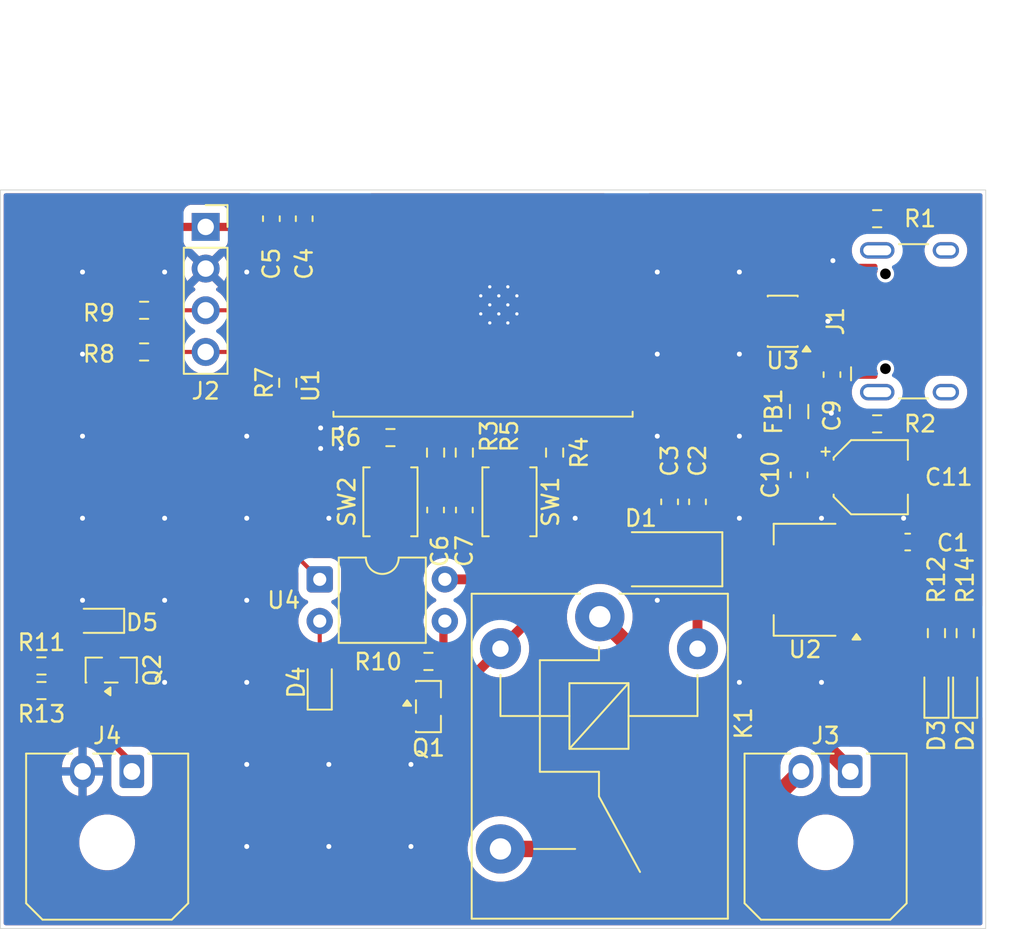
<source format=kicad_pcb>
(kicad_pcb (version 20241229) (generator "pcbnew") (generator_version "9.0")
  (layers (0 "F.Cu" signal) (2 "B.Cu" signal) (13 "F.Paste" user) (15 "B.Paste" user) (5 "F.SilkS" user "F.Silkscreen") (7 "B.SilkS" user "B.Silkscreen") (1 "F.Mask" user) (3 "B.Mask" user) (25 "Edge.Cuts" user))
  (net 0 "")
  (net 1 "GND")
  (net 2 "+5V")
  (net 3 "+3V3")
  (net 4 "/BOOT")
  (net 5 "/EN")
  (net 6 "Net-(U3-VBUS)")
  (net 7 "Net-(D1-A)")
  (net 8 "Net-(D2-A)")
  (net 9 "Net-(D3-A)")
  (net 10 "Net-(D4-A)")
  (net 11 "/SW")
  (net 12 "Net-(D5-A)")
  (net 15 "Net-(J1-D+-PadA6)")
  (net 16 "Net-(J1-D--PadA7)")
  (net 17 "Net-(J1-CC2)")
  (net 19 "Net-(J1-CC1)")
  (net 21 "/SCL")
  (net 22 "/SDA")
  (net 23 "/CTL2")
  (net 24 "/CTL1")
  (net 25 "Net-(J4-Pin_1)")
  (net 26 "Net-(Q1-B)")
  (net 27 "Net-(U1-IO2)")
  (net 28 "Net-(U1-IO8)")
  (net 29 "Net-(R7-Pad1)")
  (net 30 "/RELAY")
  (net 31 "Net-(R10-Pad1)")
  (net 34 "Net-(U1-IO18)")
  (net 35 "Net-(U1-IO19)")
  (footprint "Package_DIP:DIP-4_W7.62mm" (layer "F.Cu") (at 69.445 73.725)
    (property "Reference" "U4" (at -2.195 1.275 0) (layer "F.SilkS"))
    (property "Value" "PC817")
    (pad "1" thru_hole roundrect (at 0 0) (size 1.6 1.6) (drill 0.8) (layers "*.Cu" "*.Mask") (roundrect_rratio 0.15625) (net 29 "Net-(R7-Pad1)"))
    (pad "2" thru_hole circle (at 0 2.54) (size 1.6 1.6) (drill 0.8) (layers "*.Cu" "*.Mask") (net 10 "Net-(D4-A)"))
    (pad "3" thru_hole circle (at 7.62 2.54) (size 1.6 1.6) (drill 0.8) (layers "*.Cu" "*.Mask") (net 31 "Net-(R10-Pad1)"))
    (pad "4" thru_hole circle (at 7.62 0) (size 1.6 1.6) (drill 0.8) (layers "*.Cu" "*.Mask") (net 3 "+3V3"))
  )
  (footprint "Connector_Molex:Molex_Micro-Fit_3.0_43650-0200_1x02_P3.00mm_Horizontal" (layer "F.Cu") (at 101.75 85.43 180)
    (property "Reference" "J3" (at 1.5 2.18 0) (layer "F.SilkS"))
    (property "Value" "DOOR CTL")
    (pad "" np_thru_hole circle (at 1.5 -4.32 180) (size 3 3) (drill 3) (layers "*.Cu" "*.Mask"))
    (pad "1" thru_hole roundrect (at 0 0 180) (size 1.5 2.02) (drill 1.02) (layers "*.Cu" "*.Mask") (roundrect_rratio 0.166667) (net 24 "/CTL1"))
    (pad "2" thru_hole oval (at 3 0 180) (size 1.5 2.02) (drill 1.02) (layers "*.Cu" "*.Mask") (net 23 "/CTL2"))
  )
  (footprint "Resistor_SMD:R_0603_1608Metric_Pad0.98x0.95mm_HandSolder" (layer "F.Cu") (at 78.25 66 90)
    (property "Reference" "R5" (at 1 2.75 90) (layer "F.SilkS"))
    (property "Value" "10k")
    (pad "1" smd roundrect (at -0.9125 0 90) (size 0.975 0.95) (layers "F.Cu" "F.Mask" "F.Paste") (net 5 "/EN"))
    (pad "2" smd roundrect (at 0.9125 0 90) (size 0.975 0.95) (layers "F.Cu" "F.Mask" "F.Paste") (net 3 "+3V3"))
  )
  (footprint "Resistor_SMD:R_0603_1608Metric_Pad0.98x0.95mm_HandSolder" (layer "F.Cu") (at 107 77 90)
    (property "Reference" "R12" (at 3.25 0 90) (layer "F.SilkS"))
    (property "Value" "220")
    (pad "1" smd roundrect (at -0.9125 0 90) (size 0.975 0.95) (layers "F.Cu" "F.Mask" "F.Paste") (net 9 "Net-(D3-A)"))
    (pad "2" smd roundrect (at 0.9125 0 90) (size 0.975 0.95) (layers "F.Cu" "F.Mask" "F.Paste") (net 3 "+3V3"))
  )
  (footprint "Capacitor_SMD:C_0603_1608Metric_Pad1.08x0.95mm_HandSolder" (layer "F.Cu") (at 78.25 69.5 90)
    (property "Reference" "C7" (at -2.5 0 90) (layer "F.SilkS"))
    (property "Value" "100nF")
    (pad "1" smd roundrect (at -0.8625 0 90) (size 1.075 0.95) (layers "F.Cu" "F.Mask" "F.Paste") (net 1 "GND"))
    (pad "2" smd roundrect (at 0.8625 0 90) (size 1.075 0.95) (layers "F.Cu" "F.Mask" "F.Paste") (net 5 "/EN"))
  )
  (footprint "Capacitor_SMD:C_0603_1608Metric_Pad1.08x0.95mm_HandSolder" (layer "F.Cu") (at 100.64 61.25 -90)
    (property "Reference" "C9" (at 2.5 0 90) (layer "F.SilkS"))
    (property "Value" "10nF")
    (pad "1" smd roundrect (at -0.8625 0 270) (size 1.075 0.95) (layers "F.Cu" "F.Mask" "F.Paste") (net 6 "Net-(U3-VBUS)"))
    (pad "2" smd roundrect (at 0.8625 0 270) (size 1.075 0.95) (layers "F.Cu" "F.Mask" "F.Paste") (net 1 "GND"))
  )
  (footprint "Diode_SMD:D_SMA" (layer "F.Cu") (at 90.45 72.5 180)
    (property "Reference" "D1" (at 1.45 2.5 0) (layer "F.SilkS"))
    (property "Value" "B120-E3")
    (pad "1" smd roundrect (at -2 0 180) (size 2.5 1.8) (layers "F.Cu" "F.Mask" "F.Paste") (roundrect_rratio 0.1388888889) (net 3 "+3V3"))
    (pad "2" smd roundrect (at 2 0 180) (size 2.5 1.8) (layers "F.Cu" "F.Mask" "F.Paste") (roundrect_rratio 0.1388888889) (net 7 "Net-(D1-A)"))
  )
  (footprint "Resistor_SMD:R_0603_1608Metric_Pad0.98x0.95mm_HandSolder" (layer "F.Cu") (at 103.39 64.25 180)
    (property "Reference" "R2" (at -2.61 0 0) (layer "F.SilkS"))
    (property "Value" "5.1k")
    (pad "1" smd roundrect (at -0.9125 0 180) (size 0.975 0.95) (layers "F.Cu" "F.Mask" "F.Paste") (net 19 "Net-(J1-CC1)"))
    (pad "2" smd roundrect (at 0.9125 0 180) (size 0.975 0.95) (layers "F.Cu" "F.Mask" "F.Paste") (net 1 "GND"))
  )
  (footprint "Inductor_SMD:L_0805_2012Metric_Pad1.05x1.20mm_HandSolder" (layer "F.Cu") (at 98.6375 63.5 90)
    (property "Reference" "FB1" (at 0 -1.55 90) (layer "F.SilkS"))
    (property "Value" "70mΩ 33Ω@100MHz")
    (pad "1" smd roundrect (at -1.15 0 90) (size 1.05 1.2) (layers "F.Cu" "F.Mask" "F.Paste") (roundrect_rratio 0.238095) (net 2 "+5V"))
    (pad "2" smd roundrect (at 1.15 0 90) (size 1.05 1.2) (layers "F.Cu" "F.Mask" "F.Paste") (roundrect_rratio 0.238095) (net 6 "Net-(U3-VBUS)"))
  )
  (footprint "Resistor_SMD:R_0603_1608Metric_Pad0.98x0.95mm_HandSolder" (layer "F.Cu") (at 73.75 65.0875 180)
    (property "Reference" "R6" (at 2.75 0 0) (layer "F.SilkS"))
    (property "Value" "10k")
    (pad "1" smd roundrect (at -0.9125 0 180) (size 0.975 0.95) (layers "F.Cu" "F.Mask" "F.Paste") (net 3 "+3V3"))
    (pad "2" smd roundrect (at 0.9125 0 180) (size 0.975 0.95) (layers "F.Cu" "F.Mask" "F.Paste") (net 28 "Net-(U1-IO8)"))
  )
  (footprint "Capacitor_SMD:C_0603_1608Metric_Pad1.08x0.95mm_HandSolder" (layer "F.Cu") (at 98.6375 67.3625 -90)
    (property "Reference" "C10" (at 0 1.75 90) (layer "F.SilkS"))
    (property "Value" "100nF")
    (pad "1" smd roundrect (at -0.8625 0 270) (size 1.075 0.95) (layers "F.Cu" "F.Mask" "F.Paste") (net 2 "+5V"))
    (pad "2" smd roundrect (at 0.8625 0 270) (size 1.075 0.95) (layers "F.Cu" "F.Mask" "F.Paste") (net 1 "GND"))
  )
  (footprint "Connector_Molex:Molex_Micro-Fit_3.0_43650-0200_1x02_P3.00mm_Horizontal" (layer "F.Cu") (at 58 85.43 180)
    (property "Reference" "J4" (at 1.5 2.18 0) (layer "F.SilkS"))
    (property "Value" "DOOR SW")
    (pad "" np_thru_hole circle (at 1.5 -4.32 180) (size 3 3) (drill 3) (layers "*.Cu" "*.Mask"))
    (pad "1" thru_hole roundrect (at 0 0 180) (size 1.5 2.02) (drill 1.02) (layers "*.Cu" "*.Mask") (roundrect_rratio 0.166667) (net 25 "Net-(J4-Pin_1)"))
    (pad "2" thru_hole oval (at 3 0 180) (size 1.5 2.02) (drill 1.02) (layers "*.Cu" "*.Mask") (net 1 "GND"))
  )
  (footprint "Package_TO_SOT_SMD:SOT-23" (layer "F.Cu") (at 76.065 81.475)
    (property "Reference" "Q1" (at 0 2.525 0) (layer "F.SilkS"))
    (property "Value" "SS8050")
    (pad "1" smd roundrect (at -0.9375 -0.95) (size 1.475 0.6) (layers "F.Cu" "F.Mask" "F.Paste") (net 26 "Net-(Q1-B)"))
    (pad "2" smd roundrect (at -0.9375 0.95) (size 1.475 0.6) (layers "F.Cu" "F.Mask" "F.Paste") (net 1 "GND"))
    (pad "3" smd roundrect (at 0.9375 0) (size 1.475 0.6) (layers "F.Cu" "F.Mask" "F.Paste") (net 7 "Net-(D1-A)"))
  )
  (footprint "Button_Switch_SMD:SW_SPST_TS-1088-xR020" (layer "F.Cu") (at 81 69 90)
    (property "Reference" "SW1" (at 0 2.5 90) (layer "F.SilkS"))
    (property "Value" "~")
    (pad "1" smd roundrect (at -2.225 0 90) (size 1.05 2) (layers "F.Cu" "F.Mask" "F.Paste") (roundrect_rratio 0.2380952381) (net 1 "GND"))
    (pad "2" smd roundrect (at 2.225 0 90) (size 1.05 2) (layers "F.Cu" "F.Mask" "F.Paste") (roundrect_rratio 0.2380952381) (net 5 "/EN"))
  )
  (footprint "Resistor_SMD:R_0603_1608Metric_Pad0.98x0.95mm_HandSolder" (layer "F.Cu") (at 108.75 77 90)
    (property "Reference" "R14" (at 3.25 0 90) (layer "F.SilkS"))
    (property "Value" "220")
    (pad "1" smd roundrect (at -0.9125 0 90) (size 0.975 0.95) (layers "F.Cu" "F.Mask" "F.Paste") (net 8 "Net-(D2-A)"))
    (pad "2" smd roundrect (at 0.9125 0 90) (size 0.975 0.95) (layers "F.Cu" "F.Mask" "F.Paste") (net 2 "+5V"))
  )
  (footprint "LED_SMD:LED_0603_1608Metric_Pad1.05x0.95mm_HandSolder" (layer "F.Cu") (at 108.75 80.5 90)
    (property "Reference" "D2" (at -2.75 0 90) (layer "F.SilkS"))
    (property "Value" "RED LED")
    (pad "1" smd roundrect (at -0.875 0 90) (size 1.05 0.95) (layers "F.Cu" "F.Mask" "F.Paste") (net 1 "GND"))
    (pad "2" smd roundrect (at 0.875 0 90) (size 1.05 0.95) (layers "F.Cu" "F.Mask" "F.Paste") (net 8 "Net-(D2-A)"))
  )
  (footprint "Resistor_SMD:R_0603_1608Metric_Pad0.98x0.95mm_HandSolder" (layer "F.Cu") (at 67.5 61.75 90)
    (property "Reference" "R7" (at 0 -1.43 90) (layer "F.SilkS"))
    (property "Value" "100")
    (pad "1" smd roundrect (at -0.9125 0 90) (size 0.975 0.95) (layers "F.Cu" "F.Mask" "F.Paste") (net 29 "Net-(R7-Pad1)"))
    (pad "2" smd roundrect (at 0.9125 0 90) (size 0.975 0.95) (layers "F.Cu" "F.Mask" "F.Paste") (net 30 "/RELAY"))
  )
  (footprint "Resistor_SMD:R_0603_1608Metric_Pad0.98x0.95mm_HandSolder" (layer "F.Cu") (at 83.75 66 90)
    (property "Reference" "R4" (at 0 1.5 90) (layer "F.SilkS"))
    (property "Value" "10k")
    (pad "1" smd roundrect (at -0.9125 0 90) (size 0.975 0.95) (layers "F.Cu" "F.Mask" "F.Paste") (net 3 "+3V3"))
    (pad "2" smd roundrect (at 0.9125 0 90) (size 0.975 0.95) (layers "F.Cu" "F.Mask" "F.Paste") (net 27 "Net-(U1-IO2)"))
  )
  (footprint "Resistor_SMD:R_0603_1608Metric_Pad0.98x0.95mm_HandSolder" (layer "F.Cu") (at 58.75 59.87 180)
    (property "Reference" "R8" (at 2.75 -0.13 0) (layer "F.SilkS"))
    (property "Value" "2.2k")
    (pad "1" smd roundrect (at -0.9125 0 180) (size 0.975 0.95) (layers "F.Cu" "F.Mask" "F.Paste") (net 22 "/SDA"))
    (pad "2" smd roundrect (at 0.9125 0 180) (size 0.975 0.95) (layers "F.Cu" "F.Mask" "F.Paste") (net 3 "+3V3"))
  )
  (footprint "Button_Switch_SMD:SW_SPST_TS-1088-xR020" (layer "F.Cu") (at 73.75 69 90)
    (property "Reference" "SW2" (at 0 -2.65 90) (layer "F.SilkS"))
    (property "Value" "~")
    (pad "1" smd roundrect (at -2.225 0 90) (size 1.05 2) (layers "F.Cu" "F.Mask" "F.Paste") (roundrect_rratio 0.2380952381) (net 1 "GND"))
    (pad "2" smd roundrect (at 2.225 0 90) (size 1.05 2) (layers "F.Cu" "F.Mask" "F.Paste") (roundrect_rratio 0.2380952381) (net 4 "/BOOT"))
  )
  (footprint "Resistor_SMD:R_0603_1608Metric_Pad0.98x0.95mm_HandSolder" (layer "F.Cu") (at 58.75 57.33 180)
    (property "Reference" "R9" (at 2.75 -0.17 0) (layer "F.SilkS"))
    (property "Value" "2.2k")
    (pad "1" smd roundrect (at -0.9125 0 180) (size 0.975 0.95) (layers "F.Cu" "F.Mask" "F.Paste") (net 21 "/SCL"))
    (pad "2" smd roundrect (at 0.9125 0 180) (size 0.975 0.95) (layers "F.Cu" "F.Mask" "F.Paste") (net 3 "+3V3"))
  )
  (footprint "LED_SMD:LED_0603_1608Metric_Pad1.05x0.95mm_HandSolder" (layer "F.Cu") (at 69.445 80 90)
    (property "Reference" "D4" (at 0 -1.43 90) (layer "F.SilkS"))
    (property "Value" "GREEN LED")
    (pad "1" smd roundrect (at -0.875 0 90) (size 1.05 0.95) (layers "F.Cu" "F.Mask" "F.Paste") (net 1 "GND"))
    (pad "2" smd roundrect (at 0.875 0 90) (size 1.05 0.95) (layers "F.Cu" "F.Mask" "F.Paste") (net 10 "Net-(D4-A)"))
  )
  (footprint "Resistor_SMD:R_0603_1608Metric_Pad0.98x0.95mm_HandSolder" (layer "F.Cu") (at 103.39 51.75 180)
    (property "Reference" "R1" (at -2.61 0 0) (layer "F.SilkS"))
    (property "Value" "5.1k")
    (pad "1" smd roundrect (at -0.9125 0 180) (size 0.975 0.95) (layers "F.Cu" "F.Mask" "F.Paste") (net 17 "Net-(J1-CC2)"))
    (pad "2" smd roundrect (at 0.9125 0 180) (size 0.975 0.95) (layers "F.Cu" "F.Mask" "F.Paste") (net 1 "GND"))
  )
  (footprint "Package_TO_SOT_SMD:SOT-23" (layer "F.Cu") (at 56.75 79.25 90)
    (property "Reference" "Q2" (at 0 2.5 90) (layer "F.SilkS"))
    (property "Value" "SS8050")
    (pad "1" smd roundrect (at -0.9375 -0.95 90) (size 1.475 0.6) (layers "F.Cu" "F.Mask" "F.Paste") (net 25 "Net-(J4-Pin_1)"))
    (pad "2" smd roundrect (at -0.9375 0.95 90) (size 1.475 0.6) (layers "F.Cu" "F.Mask" "F.Paste") (net 1 "GND"))
    (pad "3" smd roundrect (at 0.9375 0 90) (size 1.475 0.6) (layers "F.Cu" "F.Mask" "F.Paste") (net 11 "/SW"))
  )
  (footprint "Capacitor_SMD:CP_Elec_4x5.4" (layer "F.Cu") (at 103 67.5)
    (property "Reference" "C11" (at 4.75 0 0) (layer "F.SilkS"))
    (property "Value" "4.7uF")
    (pad "1" smd roundrect (at -1.8 0) (size 2.6 1.6) (layers "F.Cu" "F.Mask" "F.Paste") (roundrect_rratio 0.15625) (net 2 "+5V"))
    (pad "2" smd roundrect (at 1.8 0) (size 2.6 1.6) (layers "F.Cu" "F.Mask" "F.Paste") (roundrect_rratio 0.15625) (net 1 "GND"))
  )
  (footprint "Capacitor_SMD:C_0603_1608Metric_Pad1.08x0.95mm_HandSolder" (layer "F.Cu") (at 76.5 69.5 -90)
    (property "Reference" "C6" (at 2.5 -0.25 90) (layer "F.SilkS"))
    (property "Value" "10uF")
    (pad "1" smd roundrect (at -0.8625 0 270) (size 1.075 0.95) (layers "F.Cu" "F.Mask" "F.Paste") (net 4 "/BOOT"))
    (pad "2" smd roundrect (at 0.8625 0 270) (size 1.075 0.95) (layers "F.Cu" "F.Mask" "F.Paste") (net 1 "GND"))
  )
  (footprint "LED_SMD:LED_0603_1608Metric_Pad1.05x0.95mm_HandSolder" (layer "F.Cu") (at 55.875 76.25 180)
    (property "Reference" "D5" (at -2.75 -0.105 0) (layer "F.SilkS"))
    (property "Value" "GREEN LED")
    (pad "1" smd roundrect (at -0.875 0 180) (size 1.05 0.95) (layers "F.Cu" "F.Mask" "F.Paste") (net 11 "/SW"))
    (pad "2" smd roundrect (at 0.875 0 180) (size 1.05 0.95) (layers "F.Cu" "F.Mask" "F.Paste") (net 12 "Net-(D5-A)"))
  )
  (footprint "Capacitor_SMD:C_0603_1608Metric_Pad1.08x0.95mm_HandSolder" (layer "F.Cu") (at 68.5 51.75 -90)
    (property "Reference" "C4" (at 2.75 0 90) (layer "F.SilkS"))
    (property "Value" "10uF")
    (pad "1" smd roundrect (at -0.8625 0 270) (size 1.075 0.95) (layers "F.Cu" "F.Mask" "F.Paste") (net 3 "+3V3"))
    (pad "2" smd roundrect (at 0.8625 0 270) (size 1.075 0.95) (layers "F.Cu" "F.Mask" "F.Paste") (net 1 "GND"))
  )
  (footprint "Package_TO_SOT_SMD:SOT-223-3_TabPin2" (layer "F.Cu") (at 99 73.75 180)
    (property "Reference" "U2" (at 0 -4.25 0) (layer "F.SilkS"))
    (property "Value" "AMS1117-3.3")
    (pad "1" smd roundrect (at -3.15 -2.3 180) (size 2 1.5) (layers "F.Cu" "F.Mask" "F.Paste") (net 1 "GND"))
    (pad "2" smd roundrect (at -3.15 0 180) (size 2 1.5) (layers "F.Cu" "F.Mask" "F.Paste") (net 3 "+3V3"))
    (pad "2" smd roundrect (at 3.15 0 180) (size 2 3.8) (layers "F.Cu" "F.Mask" "F.Paste") (net 3 "+3V3"))
    (pad "3" smd roundrect (at -3.15 2.3 180) (size 2 1.5) (layers "F.Cu" "F.Mask" "F.Paste") (net 2 "+5V"))
  )
  (footprint "Capacitor_SMD:C_0603_1608Metric_Pad1.08x0.95mm_HandSolder" (layer "F.Cu") (at 105.25 71.45)
    (property "Reference" "C1" (at 2.75 0.05 0) (layer "F.SilkS"))
    (property "Value" "10uF")
    (pad "1" smd roundrect (at -0.8625 0) (size 1.075 0.95) (layers "F.Cu" "F.Mask" "F.Paste") (net 2 "+5V"))
    (pad "2" smd roundrect (at 0.8625 0) (size 1.075 0.95) (layers "F.Cu" "F.Mask" "F.Paste") (net 1 "GND"))
  )
  (footprint "LED_SMD:LED_0603_1608Metric_Pad1.05x0.95mm_HandSolder" (layer "F.Cu") (at 107 80.5 90)
    (property "Reference" "D3" (at -2.75 0 90) (layer "F.SilkS"))
    (property "Value" "GREEN LED")
    (pad "1" smd roundrect (at -0.875 0 90) (size 1.05 0.95) (layers "F.Cu" "F.Mask" "F.Paste") (net 1 "GND"))
    (pad "2" smd roundrect (at 0.875 0 90) (size 1.05 0.95) (layers "F.Cu" "F.Mask" "F.Paste") (net 9 "Net-(D3-A)"))
  )
  (footprint "Resistor_SMD:R_0603_1608Metric_Pad0.98x0.95mm_HandSolder" (layer "F.Cu") (at 76.5 66 90)
    (property "Reference" "R3" (at 1 3.25 90) (layer "F.SilkS"))
    (property "Value" "10k")
    (pad "1" smd roundrect (at -0.9125 0 90) (size 0.975 0.95) (layers "F.Cu" "F.Mask" "F.Paste") (net 4 "/BOOT"))
    (pad "2" smd roundrect (at 0.9125 0 90) (size 0.975 0.95) (layers "F.Cu" "F.Mask" "F.Paste") (net 3 "+3V3"))
  )
  (footprint "Connector_USB:USB_C_Receptacle_HCTL_HC-TYPE-C-16P-01A" (layer "F.Cu") (at 106.5 58 90)
    (property "Reference" "J1" (at 0 -5.645 90) (layer "F.SilkS"))
    (property "Value" "USB_C_Receptacle_USB2.0_14P")
    (pad "" np_thru_hole circle (at -2.89 -2.605 90) (size 0.65 0.65) (drill 0.65) (layers "*.Mask"))
    (pad "" np_thru_hole circle (at 2.89 -2.605 90) (size 0.65 0.65) (drill 0.65) (layers "*.Mask"))
    (pad "A1" smd roundrect (at -3.2 -3.745 90) (size 0.6 1.3) (layers "F.Cu" "F.Mask" "F.Paste") (net 1 "GND"))
    (pad "A4" smd roundrect (at -2.4 -3.745 90) (size 0.6 1.3) (layers "F.Cu" "F.Mask" "F.Paste") (net 6 "Net-(U3-VBUS)"))
    (pad "A5" smd roundrect (at -1.25 -3.745 90) (size 0.3 1.3) (layers "F.Cu" "F.Mask" "F.Paste") (net 19 "Net-(J1-CC1)"))
    (pad "A6" smd roundrect (at -0.25 -3.745 90) (size 0.3 1.3) (layers "F.Cu" "F.Mask" "F.Paste") (net 15 "Net-(J1-D+-PadA6)"))
    (pad "A7" smd roundrect (at 0.25 -3.745 90) (size 0.3 1.3) (layers "F.Cu" "F.Mask" "F.Paste") (net 16 "Net-(J1-D--PadA7)"))
    (pad "A8" smd roundrect (at 1.25 -3.745 90) (size 0.3 1.3) (layers "F.Cu" "F.Mask" "F.Paste"))
    (pad "A9" smd roundrect (at 2.4 -3.745 90) (size 0.6 1.3) (layers "F.Cu" "F.Mask" "F.Paste") (net 6 "Net-(U3-VBUS)"))
    (pad "A12" smd roundrect (at 3.2 -3.745 90) (size 0.6 1.3) (layers "F.Cu" "F.Mask" "F.Paste") (net 1 "GND"))
    (pad "B1" smd roundrect (at 3.2 -3.745 90) (size 0.6 1.3) (layers "F.Cu" "F.Mask" "F.Paste") (net 1 "GND"))
    (pad "B4" smd roundrect (at 2.4 -3.745 90) (size 0.6 1.3) (layers "F.Cu" "F.Mask" "F.Paste") (net 6 "Net-(U3-VBUS)"))
    (pad "B5" smd roundrect (at 1.75 -3.745 90) (size 0.3 1.3) (layers "F.Cu" "F.Mask" "F.Paste") (net 17 "Net-(J1-CC2)"))
    (pad "B6" smd roundrect (at 0.75 -3.745 90) (size 0.3 1.3) (layers "F.Cu" "F.Mask" "F.Paste") (net 15 "Net-(J1-D+-PadA6)"))
    (pad "B7" smd roundrect (at -0.75 -3.745 90) (size 0.3 1.3) (layers "F.Cu" "F.Mask" "F.Paste") (net 16 "Net-(J1-D--PadA7)"))
    (pad "B8" smd roundrect (at -1.75 -3.745 90) (size 0.3 1.3) (layers "F.Cu" "F.Mask" "F.Paste"))
    (pad "B9" smd roundrect (at -2.4 -3.745 90) (size 0.6 1.3) (layers "F.Cu" "F.Mask" "F.Paste") (net 6 "Net-(U3-VBUS)"))
    (pad "B12" smd roundrect (at -3.2 -3.745 90) (size 0.6 1.3) (layers "F.Cu" "F.Mask" "F.Paste") (net 1 "GND"))
    (pad "S1" thru_hole oval (at -4.32 -3.105 90) (size 1 2.1) (drill oval 0.6 1.7) (property pad_prop_heatsink) (layers "*.Cu" "*.Mask"))
    (pad "S1" thru_hole oval (at -4.32 1.075 90) (size 1 1.6) (drill oval 0.6 1.2) (property pad_prop_heatsink) (layers "*.Cu" "*.Mask"))
    (pad "S1" thru_hole oval (at 4.32 -3.105 90) (size 1 2.1) (drill oval 0.6 1.7) (property pad_prop_heatsink) (layers "*.Cu" "*.Mask"))
    (pad "S1" thru_hole oval (at 4.32 1.075 90) (size 1 1.6) (drill oval 0.6 1.2) (property pad_prop_heatsink) (layers "*.Cu" "*.Mask"))
  )
  (footprint "Package_TO_SOT_SMD:SOT-23-6" (layer "F.Cu") (at 97.64 58 180)
    (property "Reference" "U3" (at 0 -2.4 0) (layer "F.SilkS"))
    (property "Value" "USBLC6-2SC6")
    (pad "1" smd roundrect (at -1.1375 -0.95 180) (size 1.325 0.6) (layers "F.Cu" "F.Mask" "F.Paste") (net 16 "Net-(J1-D--PadA7)"))
    (pad "2" smd roundrect (at -1.1375 0 180) (size 1.325 0.6) (layers "F.Cu" "F.Mask" "F.Paste") (net 1 "GND"))
    (pad "3" smd roundrect (at -1.1375 0.95 180) (size 1.325 0.6) (layers "F.Cu" "F.Mask" "F.Paste") (net 15 "Net-(J1-D+-PadA6)"))
    (pad "4" smd roundrect (at 1.1375 0.95 180) (size 1.325 0.6) (layers "F.Cu" "F.Mask" "F.Paste") (net 35 "Net-(U1-IO19)"))
    (pad "5" smd roundrect (at 1.1375 0 180) (size 1.325 0.6) (layers "F.Cu" "F.Mask" "F.Paste") (net 6 "Net-(U3-VBUS)"))
    (pad "6" smd roundrect (at 1.1375 -0.95 180) (size 1.325 0.6) (layers "F.Cu" "F.Mask" "F.Paste") (net 34 "Net-(U1-IO18)"))
  )
  (footprint "Resistor_SMD:R_0603_1608Metric_Pad0.98x0.95mm_HandSolder" (layer "F.Cu") (at 52.5 79)
    (property "Reference" "R11" (at 0 -1.43 0) (layer "F.SilkS"))
    (property "Value" "220")
    (pad "1" smd roundrect (at -0.9125 0) (size 0.975 0.95) (layers "F.Cu" "F.Mask" "F.Paste") (net 3 "+3V3"))
    (pad "2" smd roundrect (at 0.9125 0) (size 0.975 0.95) (layers "F.Cu" "F.Mask" "F.Paste") (net 12 "Net-(D5-A)"))
  )
  (footprint "Capacitor_SMD:C_0603_1608Metric_Pad1.08x0.95mm_HandSolder" (layer "F.Cu") (at 66.5 51.75 -90)
    (property "Reference" "C5" (at 2.75 0 90) (layer "F.SilkS"))
    (property "Value" "100nF")
    (pad "1" smd roundrect (at -0.8625 0 270) (size 1.075 0.95) (layers "F.Cu" "F.Mask" "F.Paste") (net 3 "+3V3"))
    (pad "2" smd roundrect (at 0.8625 0 270) (size 1.075 0.95) (layers "F.Cu" "F.Mask" "F.Paste") (net 1 "GND"))
  )
  (footprint "Resistor_SMD:R_0603_1608Metric_Pad0.98x0.95mm_HandSolder" (layer "F.Cu") (at 52.5 80.5 180)
    (property "Reference" "R13" (at 0 -1.43 0) (layer "F.SilkS"))
    (property "Value" "10k")
    (pad "1" smd roundrect (at -0.9125 0 180) (size 0.975 0.95) (layers "F.Cu" "F.Mask" "F.Paste") (net 25 "Net-(J4-Pin_1)"))
    (pad "2" smd roundrect (at 0.9125 0 180) (size 0.975 0.95) (layers "F.Cu" "F.Mask" "F.Paste") (net 3 "+3V3"))
  )
  (footprint "Capacitor_SMD:C_0603_1608Metric_Pad1.08x0.95mm_HandSolder" (layer "F.Cu") (at 90.75 69 90)
    (property "Reference" "C3" (at 2.5 0 90) (layer "F.SilkS"))
    (property "Value" "100nF")
    (pad "1" smd roundrect (at -0.8625 0 90) (size 1.075 0.95) (layers "F.Cu" "F.Mask" "F.Paste") (net 3 "+3V3"))
    (pad "2" smd roundrect (at 0.8625 0 90) (size 1.075 0.95) (layers "F.Cu" "F.Mask" "F.Paste") (net 1 "GND"))
  )
  (footprint "Relay_THT:Relay_SPST_SANYOU_SRD_Series_Form_A" (layer "F.Cu") (at 86.5 76 -90)
    (property "Reference" "K1" (at 6.5 -8.75 90) (layer "F.SilkS"))
    (property "Value" "SANYOU_SRD_Form_A")
    (pad "1" thru_hole circle (at 0 0) (size 3 3) (drill 1.3) (layers "*.Cu" "*.Mask") (net 24 "/CTL1"))
    (pad "2" thru_hole circle (at 1.95 6.05) (size 2.5 2.5) (drill 1) (layers "*.Cu" "*.Mask") (net 7 "Net-(D1-A)"))
    (pad "3" thru_hole circle (at 14.15 6.05) (size 3 3) (drill 1.3) (layers "*.Cu" "*.Mask") (net 23 "/CTL2"))
    (pad "5" thru_hole circle (at 1.95 -5.95) (size 2.5 2.5) (drill 1) (layers "*.Cu" "*.Mask") (net 3 "+3V3"))
  )
  (footprint "Resistor_SMD:R_0603_1608Metric_Pad0.98x0.95mm_HandSolder" (layer "F.Cu") (at 76.065 78.725 180)
    (property "Reference" "R10" (at 3.065 -0.025 0) (layer "F.SilkS"))
    (property "Value" "1k")
    (pad "1" smd roundrect (at -0.9125 0 180) (size 0.975 0.95) (layers "F.Cu" "F.Mask" "F.Paste") (net 31 "Net-(R10-Pad1)"))
    (pad "2" smd roundrect (at 0.9125 0 180) (size 0.975 0.95) (layers "F.Cu" "F.Mask" "F.Paste") (net 26 "Net-(Q1-B)"))
  )
  (footprint "Connector_PinSocket_2.54mm:PinSocket_1x04_P2.54mm_Vertical" (layer "F.Cu") (at 62.5 52.25)
    (property "Reference" "J2" (at 0 10 0) (layer "F.SilkS"))
    (property "Value" "AHT21")
    (pad "1" thru_hole rect (at 0 0) (size 1.7 1.7) (drill 1) (layers "*.Cu" "*.Mask") (net 3 "+3V3"))
    (pad "2" thru_hole circle (at 0 2.54) (size 1.7 1.7) (drill 1) (layers "*.Cu" "*.Mask") (net 1 "GND"))
    (pad "3" thru_hole circle (at 0 5.08) (size 1.7 1.7) (drill 1) (layers "*.Cu" "*.Mask") (net 21 "/SCL"))
    (pad "4" thru_hole circle (at 0 7.62) (size 1.7 1.7) (drill 1) (layers "*.Cu" "*.Mask") (net 22 "/SDA"))
  )
  (footprint "Capacitor_SMD:C_0603_1608Metric_Pad1.08x0.95mm_HandSolder" (layer "F.Cu") (at 92.45 69 90)
    (property "Reference" "C2" (at 2.5 0 90) (layer "F.SilkS"))
    (property "Value" "10uF")
    (pad "1" smd roundrect (at -0.8625 0 90) (size 1.075 0.95) (layers "F.Cu" "F.Mask" "F.Paste") (net 3 "+3V3"))
    (pad "2" smd roundrect (at 0.8625 0 90) (size 1.075 0.95) (layers "F.Cu" "F.Mask" "F.Paste") (net 1 "GND"))
  )
  (footprint "RF_Module:ESP32-C3-WROOM-02" (layer "F.Cu") (at 79.39 56.8)
    (property "Reference" "U1" (at -10.5 5.13 90) (layer "F.SilkS"))
    (property "Value" "ESP32-C3-WROOM-02")
    (pad "1" smd rect (at -8.75 -6) (size 1.5 0.9) (layers "F.Cu" "F.Mask" "F.Paste") (net 3 "+3V3"))
    (pad "2" smd rect (at -8.75 -4.5) (size 1.5 0.9) (layers "F.Cu" "F.Mask" "F.Paste") (net 5 "/EN"))
    (pad "3" smd rect (at -8.75 -3) (size 1.5 0.9) (layers "F.Cu" "F.Mask" "F.Paste") (net 21 "/SCL"))
    (pad "4" smd rect (at -8.75 -1.5) (size 1.5 0.9) (layers "F.Cu" "F.Mask" "F.Paste") (net 22 "/SDA"))
    (pad "5" smd rect (at -8.75 0) (size 1.5 0.9) (layers "F.Cu" "F.Mask" "F.Paste") (net 11 "/SW"))
    (pad "6" smd rect (at -8.75 1.5) (size 1.5 0.9) (layers "F.Cu" "F.Mask" "F.Paste") (net 30 "/RELAY"))
    (pad "7" smd rect (at -8.75 3) (size 1.5 0.9) (layers "F.Cu" "F.Mask" "F.Paste") (net 28 "Net-(U1-IO8)"))
    (pad "8" smd rect (at -8.75 4.5) (size 1.5 0.9) (layers "F.Cu" "F.Mask" "F.Paste") (net 4 "/BOOT"))
    (pad "9" smd rect (at -8.75 6) (size 1.5 0.9) (layers "F.Cu" "F.Mask" "F.Paste") (net 1 "GND"))
    (pad "10" smd rect (at 8.75 6) (size 1.5 0.9) (layers "F.Cu" "F.Mask" "F.Paste"))
    (pad "11" smd rect (at 8.75 4.5) (size 1.5 0.9) (layers "F.Cu" "F.Mask" "F.Paste"))
    (pad "12" smd rect (at 8.75 3) (size 1.5 0.9) (layers "F.Cu" "F.Mask" "F.Paste"))
    (pad "13" smd rect (at 8.75 1.5) (size 1.5 0.9) (layers "F.Cu" "F.Mask" "F.Paste") (net 34 "Net-(U1-IO18)"))
    (pad "14" smd rect (at 8.75 0) (size 1.5 0.9) (layers "F.Cu" "F.Mask" "F.Paste") (net 35 "Net-(U1-IO19)"))
    (pad "15" smd rect (at 8.75 -1.5) (size 1.5 0.9) (layers "F.Cu" "F.Mask" "F.Paste"))
    (pad "16" smd rect (at 8.75 -3) (size 1.5 0.9) (layers "F.Cu" "F.Mask" "F.Paste") (net 27 "Net-(U1-IO2)"))
    (pad "17" smd rect (at 8.75 -4.5) (size 1.5 0.9) (layers "F.Cu" "F.Mask" "F.Paste"))
    (pad "18" smd rect (at 8.75 -6) (size 1.5 0.9) (layers "F.Cu" "F.Mask" "F.Paste"))
    (pad "19" thru_hole circle (at -0.14 -0.35) (size 0.6 0.6) (drill 0.2) (property pad_prop_heatsink) (layers "*.Cu" "F.Mask") (net 1 "GND"))
    (pad "19" thru_hole circle (at -0.14 0.75) (size 0.6 0.6) (drill 0.2) (property pad_prop_heatsink) (layers "*.Cu" "F.Mask") (net 1 "GND"))
    (pad "19" thru_hole circle (at 0.41 -0.9) (size 0.6 0.6) (drill 0.2) (property pad_prop_heatsink) (layers "*.Cu" "F.Mask") (net 1 "GND"))
    (pad "19" thru_hole circle (at 0.41 0.2) (size 0.6 0.6) (drill 0.2) (property pad_prop_heatsink) (layers "*.Cu" "F.Mask") (net 1 "GND"))
    (pad "19" thru_hole circle (at 0.41 1.3) (size 0.6 0.6) (drill 0.2) (property pad_prop_heatsink) (layers "*.Cu" "F.Mask") (net 1 "GND"))
    (pad "19" thru_hole circle (at 0.96 -0.35) (size 0.6 0.6) (drill 0.2) (property pad_prop_heatsink) (layers "*.Cu" "F.Mask") (net 1 "GND"))
    (pad "19" smd rect (at 0.96 0.2) (size 2.9 2.9) (property pad_prop_heatsink) (layers "F.Cu" "F.Mask") (net 1 "GND"))
    (pad "19" thru_hole circle (at 0.96 0.75) (size 0.6 0.6) (drill 0.2) (property pad_prop_heatsink) (layers "*.Cu" "F.Mask") (net 1 "GND"))
    (pad "19" thru_hole circle (at 1.51 -0.9) (size 0.6 0.6) (drill 0.2) (property pad_prop_heatsink) (layers "*.Cu" "F.Mask") (net 1 "GND"))
    (pad "19" thru_hole circle (at 1.51 0.2) (size 0.6 0.6) (drill 0.2) (property pad_prop_heatsink) (layers "*.Cu" "F.Mask") (net 1 "GND"))
    (pad "19" thru_hole circle (at 1.51 1.3) (size 0.6 0.6) (drill 0.2) (property pad_prop_heatsink) (layers "*.Cu" "F.Mask") (net 1 "GND"))
    (pad "19" thru_hole circle (at 2.06 -0.35) (size 0.6 0.6) (drill 0.2) (property pad_prop_heatsink) (layers "*.Cu" "F.Mask") (net 1 "GND"))
    (pad "19" thru_hole circle (at 2.06 0.75) (size 0.6 0.6) (drill 0.2) (property pad_prop_heatsink) (layers "*.Cu" "F.Mask") (net 1 "GND"))
    (zone (net 0) (net_name "") (layers "F.Cu" "B.Cu") (connect_pads (clearance 0)) (min_thickness 0.254)
      (keepout (tracks not_allowed) (vias not_allowed) (pads not_allowed) (copperpour not_allowed) (footprints not_allowed))
      (fill (thermal_gap 0.508) (thermal_bridge_width 0.508))
      (polygon (pts (xy 65.39 49.7) (xy 93.39 49.7) (xy 93.39 38.7) (xy 65.39 38.7)))
    )
  )
  (gr_rect (start 50 50) (end 110 95) (stroke (width 0.05)) (fill no) (layer "Edge.Cuts"))
  (segment (start 101.19 54.8) (end 102.755 54.8) (width 0.6) (layer "F.Cu") (net 1))
  (segment (start 101.5525 61.2) (end 100.64 62.1125) (width 0.6) (layer "F.Cu") (net 1))
  (segment (start 66.1125 55) (end 68.5 52.6125) (width 0.5) (layer "F.Cu") (net 1))
  (segment (start 100.695 54.305) (end 101.19 54.8) (width 0.6) (layer "F.Cu") (net 1))
  (segment (start 68.5 52.6125) (end 66.5 52.6125) (width 0.5) (layer "F.Cu") (net 1))
  (segment (start 65 55) (end 66.1125 55) (width 0.5) (layer "F.Cu") (net 1))
  (segment (start 102.755 61.2) (end 101.5525 61.2) (width 0.6) (layer "F.Cu") (net 1))
  (segment (start 98.7775 58) (end 100.39 58) (width 0.6) (layer "F.Cu") (net 1))
  (via (at 100 70) (size 0.6) (drill 0.3) (layers "F.Cu" "B.Cu") (net 1))
  (via (at 55 60) (size 0.6) (drill 0.3) (layers "F.Cu" "B.Cu") (net 1))
  (via (at 70.75 64.5) (size 0.6) (drill 0.3) (layers "F.Cu" "B.Cu") (net 1))
  (via (at 69.5 64.5) (size 0.6) (drill 0.3) (layers "F.Cu" "B.Cu") (net 1))
  (via (at 55 75) (size 0.6) (drill 0.3) (layers "F.Cu" "B.Cu") (net 1))
  (via (at 70 90) (size 0.6) (drill 0.3) (layers "F.Cu" "B.Cu") (net 1))
  (via (at 70.75 65.75) (size 0.6) (drill 0.3) (layers "F.Cu" "B.Cu") (net 1))
  (via (at 69.5 65.75) (size 0.6) (drill 0.3) (layers "F.Cu" "B.Cu") (net 1))
  (via (at 75 90) (size 0.6) (drill 0.3) (layers "F.Cu" "B.Cu") (net 1))
  (via (at 100.695 54.305) (size 0.6) (drill 0.3) (layers "F.Cu" "B.Cu") (net 1))
  (via (at 65 85) (size 0.6) (drill 0.3) (layers "F.Cu" "B.Cu") (net 1))
  (via (at 100.39 58) (size 0.6) (drill 0.3) (layers "F.Cu" "B.Cu") (net 1))
  (via (at 70 85) (size 0.6) (drill 0.3) (layers "F.Cu" "B.Cu") (net 1))
  (via (at 60 70) (size 0.6) (drill 0.3) (layers "F.Cu" "B.Cu") (net 1))
  (via (at 90 75) (size 0.6) (drill 0.3) (layers "F.Cu" "B.Cu") (net 1))
  (via (at 55 70) (size 0.6) (drill 0.3) (layers "F.Cu" "B.Cu") (net 1))
  (via (at 65 80) (size 0.6) (drill 0.3) (layers "F.Cu" "B.Cu") (net 1))
  (via (at 90 60) (size 0.6) (drill 0.3) (layers "F.Cu" "B.Cu") (net 1))
  (via (at 95 55) (size 0.6) (drill 0.3) (layers "F.Cu" "B.Cu") (net 1))
  (via (at 95 70) (size 0.6) (drill 0.3) (layers "F.Cu" "B.Cu") (net 1))
  (via (at 70 70) (size 0.6) (drill 0.3) (layers "F.Cu" "B.Cu") (net 1))
  (via (at 90 65) (size 0.6) (drill 0.3) (layers "F.Cu" "B.Cu") (net 1))
  (via (at 60 75) (size 0.6) (drill 0.3) (layers "F.Cu" "B.Cu") (net 1))
  (via (at 55 55) (size 0.6) (drill 0.3) (layers "F.Cu" "B.Cu") (net 1))
  (via (at 60 80) (size 0.6) (drill 0.3) (layers "F.Cu" "B.Cu") (net 1))
  (via (at 65 70) (size 0.6) (drill 0.3) (layers "F.Cu" "B.Cu") (net 1))
  (via (at 85 70) (size 0.6) (drill 0.3) (layers "F.Cu" "B.Cu") (net 1))
  (via (at 105 70) (size 0.6) (drill 0.3) (layers "F.Cu" "B.Cu") (net 1))
  (via (at 75 85) (size 0.6) (drill 0.3) (layers "F.Cu" "B.Cu") (net 1))
  (via (at 65 65) (size 0.6) (drill 0.3) (layers "F.Cu" "B.Cu") (net 1))
  (via (at 100.6 63.6) (size 0.6) (drill 0.3) (layers "F.Cu" "B.Cu") (net 1))
  (via (at 55 65) (size 0.6) (drill 0.3) (layers "F.Cu" "B.Cu") (net 1))
  (via (at 95 80) (size 0.6) (drill 0.3) (layers "F.Cu" "B.Cu") (net 1))
  (via (at 100 80) (size 0.6) (drill 0.3) (layers "F.Cu" "B.Cu") (net 1))
  (via (at 90 55) (size 0.6) (drill 0.3) (layers "F.Cu" "B.Cu") (net 1))
  (via (at 95 60) (size 0.6) (drill 0.3) (layers "F.Cu" "B.Cu") (net 1))
  (via (at 65 75) (size 0.6) (drill 0.3) (layers "F.Cu" "B.Cu") (net 1))
  (via (at 95 65) (size 0.6) (drill 0.3) (layers "F.Cu" "B.Cu") (net 1))
  (via (at 60 55) (size 0.6) (drill 0.3) (layers "F.Cu" "B.Cu") (net 1))
  (via (at 65 90) (size 0.6) (drill 0.3) (layers "F.Cu" "B.Cu") (net 1))
  (via (at 65 55) (size 0.6) (drill 0.3) (layers "F.Cu" "B.Cu") (net 1))
  (segment (start 99.6375 67.5) (end 98.6375 66.5) (width 0.6) (layer "F.Cu") (net 2))
  (segment (start 98.6375 66.5) (end 98.6375 64.65) (width 0.6) (layer "F.Cu") (net 2))
  (segment (start 104.3875 71.45) (end 104.3875 71.725) (width 0.25) (layer "F.Cu") (net 2))
  (segment (start 101.2 68.75) (end 101.2 67.5) (width 0.6) (layer "F.Cu") (net 2))
  (segment (start 101.2 68.75) (end 102.15 69.7) (width 0.6) (layer "F.Cu") (net 2))
  (segment (start 102.15 71.45) (end 104.3875 71.45) (width 0.6) (layer "F.Cu") (net 2))
  (segment (start 102.15 69.7) (end 102.15 71.45) (width 0.6) (layer "F.Cu") (net 2))
  (segment (start 104.3875 71.725) (end 108.75 76.0875) (width 0.25) (layer "F.Cu") (net 2))
  (segment (start 101.2 67.5) (end 99.6375 67.5) (width 0.6) (layer "F.Cu") (net 2))
  (segment (start 51.5875 79) (end 51.5875 80.5) (width 0.5) (layer "F.Cu") (net 3))
  (segment (start 51.5875 66.12) (end 51.5875 79) (width 0.5) (layer "F.Cu") (net 3))
  (segment (start 83.75 66.9125) (end 83.75 66.925) (width 0.6) (layer "F.Cu") (net 3))
  (segment (start 78.25 65.0875) (end 76.5 65.0875) (width 0.6) (layer "F.Cu") (net 3))
  (segment (start 86.7 69.8625) (end 83.75 66.9125) (width 0.6) (layer "F.Cu") (net 3))
  (segment (start 104.6625 73.75) (end 102.15 73.75) (width 0.25) (layer "F.Cu") (net 3))
  (segment (start 78.25 65.0875) (end 81.925 65.0875) (width 0.6) (layer "F.Cu") (net 3))
  (segment (start 95.85 73.75) (end 93.7 73.75) (width 1.2) (layer "F.Cu") (net 3))
  (segment (start 74.6625 53.7125) (end 71.75 50.8) (width 0.6) (layer "F.Cu") (net 3))
  (segment (start 70.5525 50.8875) (end 70.64 50.8) (width 0.5) (layer "F.Cu") (net 3))
  (segment (start 57.8375 57.33) (end 57.8375 54.4125) (width 0.5) (layer "F.Cu") (net 3))
  (segment (start 64.5 52.25) (end 65.8625 50.8875) (width 0.5) (layer "F.Cu") (net 3))
  (segment (start 57.8375 59.87) (end 51.5875 66.12) (width 0.5) (layer "F.Cu") (net 3))
  (segment (start 92.45 77.95) (end 92.45 72.5) (width 0.6) (layer "F.Cu") (net 3))
  (segment (start 93.7 73.75) (end 92.45 72.5) (width 1.2) (layer "F.Cu") (net 3))
  (segment (start 60 52.25) (end 64.5 52.25) (width 0.5) (layer "F.Cu") (net 3))
  (segment (start 90.75 69.8625) (end 92.45 69.8625) (width 0.6) (layer "F.Cu") (net 3))
  (segment (start 86.7 69.8625) (end 90.75 69.8625) (width 0.6) (layer "F.Cu") (net 3))
  (segment (start 71.75 50.8) (end 70.64 50.8) (width 0.6) (layer "F.Cu") (net 3))
  (segment (start 57.8375 54.4125) (end 60 52.25) (width 0.5) (layer "F.Cu") (net 3))
  (segment (start 95.85 73.75) (end 102.15 73.75) (width 1.2) (layer "F.Cu") (net 3))
  (segment (start 74.6625 65.0875) (end 74.6625 53.7125) (width 0.6) (layer "F.Cu") (net 3))
  (segment (start 107 76.0875) (end 104.6625 73.75) (width 0.25) (layer "F.Cu") (net 3))
  (segment (start 76.5 65.0875) (end 74.6625 65.0875) (width 0.6) (layer "F.Cu") (net 3))
  (segment (start 92.45 69.8625) (end 92.45 72.5) (width 0.6) (layer "F.Cu") (net 3))
  (segment (start 65.8625 50.8875) (end 70.5525 50.8875) (width 0.5) (layer "F.Cu") (net 3))
  (segment (start 77.065 73.725) (end 82.8375 73.725) (width 0.6) (layer "F.Cu") (net 3))
  (segment (start 81.925 65.0875) (end 83.75 66.9125) (width 0.6) (layer "F.Cu") (net 3))
  (segment (start 82.8375 73.725) (end 86.7 69.8625) (width 0.6) (layer "F.Cu") (net 3))
  (segment (start 57.8375 57.33) (end 57.8375 59.87) (width 0.5) (layer "F.Cu") (net 3))
  (segment (start 70.640975 61.299025) (end 70.64 61.3) (width 0.25) (layer "F.Cu") (net 4))
  (segment (start 76.5 66.9125) (end 73.8875 66.9125) (width 0.25) (layer "F.Cu") (net 4))
  (segment (start 76.5 68.6375) (end 76.5 66.9125) (width 0.25) (layer "F.Cu") (net 4))
  (segment (start 71.75 61.3) (end 70.64 61.3) (width 0.25) (layer "F.Cu") (net 4))
  (segment (start 72.75 66.775) (end 72.024 66.049) (width 0.25) (layer "F.Cu") (net 4))
  (segment (start 72.024 66.049) (end 72.024 61.574) (width 0.25) (layer "F.Cu") (net 4))
  (segment (start 73.8875 66.9125) (end 73.75 66.775) (width 0.25) (layer "F.Cu") (net 4))
  (segment (start 72.024 61.574) (end 71.75 61.3) (width 0.25) (layer "F.Cu") (net 4))
  (segment (start 73.75 66.775) (end 72.75 66.775) (width 0.25) (layer "F.Cu") (net 4))
  (segment (start 70.94 61.3) (end 70.940975 61.299025) (width 0.25) (layer "F.Cu") (net 4))
  (segment (start 78.25 66.9125) (end 77.2615 65.924) (width 0.25) (layer "F.Cu") (net 5))
  (segment (start 78.25 68.6375) (end 78.25 66.9125) (width 0.25) (layer "F.Cu") (net 5))
  (segment (start 73.75 54.3) (end 71.75 52.3) (width 0.25) (layer "F.Cu") (net 5))
  (segment (start 74.174 65.924) (end 73.75 65.5) (width 0.25) (layer "F.Cu") (net 5))
  (segment (start 77.2615 65.924) (end 74.174 65.924) (width 0.25) (layer "F.Cu") (net 5))
  (segment (start 73.75 65.5) (end 73.75 54.3) (width 0.25) (layer "F.Cu") (net 5))
  (segment (start 71.75 52.3) (end 70.64 52.3) (width 0.25) (layer "F.Cu") (net 5))
  (segment (start 80.8625 66.9125) (end 81 66.775) (width 0.25) (layer "F.Cu") (net 5))
  (segment (start 78.25 66.9125) (end 80.8625 66.9125) (width 0.25) (layer "F.Cu") (net 5))
  (segment (start 97.664 57.500999) (end 97.664 56.6469) (width 0.5) (layer "F.Cu") (net 6))
  (segment (start 97.616 59.3051) (end 97.616 58.451001) (width 0.5) (layer "F.Cu") (net 6))
  (segment (start 98.6375 62.35) (end 98.6375 60.4734) (width 0.6) (layer "F.Cu") (net 6))
  (segment (start 97.616 59.3051) (end 98.7109 60.4) (width 0.5) (layer "F.Cu") (net 6))
  (segment (start 97.664 56.6469) (end 98.7109 55.6) (width 0.5) (layer "F.Cu") (net 6))
  (segment (start 102.755 60.4) (end 98.7109 60.4) (width 0.6) (layer "F.Cu") (net 6))
  (segment (start 97.616 58.451001) (end 97.164999 58) (width 0.5) (layer "F.Cu") (net 6))
  (segment (start 96.5025 58) (end 97.164999 58) (width 0.5) (layer "F.Cu") (net 6))
  (segment (start 98.6375 60.4734) (end 98.7109 60.4) (width 0.6) (layer "F.Cu") (net 6))
  (segment (start 98.7109 55.6) (end 102.755 55.6) (width 0.5) (layer "F.Cu") (net 6))
  (segment (start 97.164999 58) (end 97.664 57.500999) (width 0.5) (layer "F.Cu") (net 6))
  (segment (start 77.0025 81.3975) (end 80.45 77.95) (width 0.6) (layer "F.Cu") (net 7))
  (segment (start 85.9 72.5) (end 80.45 77.95) (width 0.6) (layer "F.Cu") (net 7))
  (segment (start 88.45 72.5) (end 85.9 72.5) (width 0.6) (layer "F.Cu") (net 7))
  (segment (start 108.75 77.9125) (end 108.75 79.625) (width 0.25) (layer "F.Cu") (net 8))
  (segment (start 107 77.9125) (end 107 79.625) (width 0.25) (layer "F.Cu") (net 9))
  (segment (start 69.445 76.265) (end 69.445 79.125) (width 0.25) (layer "F.Cu") (net 10))
  (segment (start 56.75 69.05) (end 56.75 78.3125) (width 0.25) (layer "F.Cu") (net 11))
  (segment (start 69 56.8) (end 56.75 69.05) (width 0.25) (layer "F.Cu") (net 11))
  (segment (start 70.64 56.8) (end 69 56.8) (width 0.25) (layer "F.Cu") (net 11))
  (segment (start 70.64 56.8) (end 70.2 56.8) (width 0.5) (layer "F.Cu") (net 11))
  (segment (start 53.4125 79) (end 53.4125 77.8375) (width 0.25) (layer "F.Cu") (net 12))
  (segment (start 53.4125 77.8375) (end 55 76.25) (width 0.25) (layer "F.Cu") (net 12))
  (segment (start 102.755 57.25) (end 103.474178 57.25) (width 0.25) (layer "F.Cu") (net 15))
  (segment (start 100.7 57.25) (end 100.5 57.05) (width 0.25) (layer "F.Cu") (net 15))
  (segment (start 100.5 57.05) (end 98.7775 57.05) (width 0.25) (layer "F.Cu") (net 15))
  (segment (start 103.731 57.506822) (end 103.731 57.993178) (width 0.25) (layer "F.Cu") (net 15))
  (segment (start 103.731 57.993178) (end 103.474178 58.25) (width 0.25) (layer "F.Cu") (net 15))
  (segment (start 102.755 57.25) (end 100.7 57.25) (width 0.25) (layer "F.Cu") (net 15))
  (segment (start 103.474178 57.25) (end 103.731 57.506822) (width 0.25) (layer "F.Cu") (net 15))
  (segment (start 103.474178 58.25) (end 102.755 58.25) (width 0.25) (layer "F.Cu") (net 15))
  (segment (start 100.5 58.95) (end 98.7775 58.95) (width 0.25) (layer "F.Cu") (net 16))
  (segment (start 102.035822 58.75) (end 101.779 58.493178) (width 0.25) (layer "F.Cu") (net 16))
  (segment (start 102.035822 57.75) (end 102.755 57.75) (width 0.25) (layer "F.Cu") (net 16))
  (segment (start 100.7 58.75) (end 100.5 58.95) (width 0.25) (layer "F.Cu") (net 16))
  (segment (start 101.779 58.493178) (end 101.779 58.006822) (width 0.25) (layer "F.Cu") (net 16))
  (segment (start 101.779 58.006822) (end 102.035822 57.75) (width 0.25) (layer "F.Cu") (net 16))
  (segment (start 102.755 58.75) (end 100.7 58.75) (width 0.25) (layer "F.Cu") (net 16))
  (segment (start 102.755 58.75) (end 102.035822 58.75) (width 0.25) (layer "F.Cu") (net 16))
  (segment (start 105.25 54.675653) (end 103.675653 56.25) (width 0.25) (layer "F.Cu") (net 17))
  (segment (start 103.675653 56.25) (end 102.755 56.25) (width 0.25) (layer "F.Cu") (net 17))
  (segment (start 104.3025 51.75) (end 105.25 52.6975) (width 0.25) (layer "F.Cu") (net 17))
  (segment (start 105.25 52.6975) (end 105.25 54.675653) (width 0.25) (layer "F.Cu") (net 17))
  (segment (start 105.25 63.3025) (end 105.25 61.025822) (width 0.25) (layer "F.Cu") (net 19))
  (segment (start 103.474178 59.25) (end 102.755 59.25) (width 0.25) (layer "F.Cu") (net 19))
  (segment (start 105.25 61.025822) (end 103.474178 59.25) (width 0.25) (layer "F.Cu") (net 19))
  (segment (start 104.3025 64.25) (end 105.25 63.3025) (width 0.25) (layer "F.Cu") (net 19))
  (segment (start 69 53.8) (end 65.47 57.33) (width 0.25) (layer "F.Cu") (net 21))
  (segment (start 70.64 53.8) (end 69 53.8) (width 0.25) (layer "F.Cu") (net 21))
  (segment (start 65.47 57.33) (end 59.6625 57.33) (width 0.25) (layer "F.Cu") (net 21))
  (segment (start 64.43 59.87) (end 59.6625 59.87) (width 0.25) (layer "F.Cu") (net 22))
  (segment (start 70.64 55.3) (end 69 55.3) (width 0.25) (layer "F.Cu") (net 22))
  (segment (start 69 55.3) (end 64.43 59.87) (width 0.25) (layer "F.Cu") (net 22))
  (segment (start 94.03 90.15) (end 98.75 85.43) (width 1) (layer "F.Cu") (net 23))
  (segment (start 80.45 90.15) (end 94.03 90.15) (width 1) (layer "F.Cu") (net 23))
  (segment (start 101.75 85.43) (end 98.32 82) (width 1) (layer "F.Cu") (net 24))
  (segment (start 92.5 82) (end 86.5 76) (width 1) (layer "F.Cu") (net 24))
  (segment (start 98.32 82) (end 92.5 82) (width 1) (layer "F.Cu") (net 24))
  (segment (start 53.4125 80.5) (end 55.8 80.5) (width 0.35) (layer "F.Cu") (net 25))
  (segment (start 58 84.8875) (end 58 85.43) (width 0.35) (layer "F.Cu") (net 25))
  (segment (start 55.8 82.6875) (end 58 84.8875) (width 0.35) (layer "F.Cu") (net 25))
  (segment (start 55.8 80.1875) (end 55.8 82.6875) (width 0.35) (layer "F.Cu") (net 25))
  (segment (start 75.1525 78.725) (end 75.1525 80.5) (width 0.5) (layer "F.Cu") (net 26))
  (segment (start 83.75 64.8375) (end 83.75 57.05) (width 0.25) (layer "F.Cu") (net 27))
  (segment (start 87 53.8) (end 88.14 53.8) (width 0.25) (layer "F.Cu") (net 27))
  (segment (start 83.75 57.05) (end 87 53.8) (width 0.25) (layer "F.Cu") (net 27))
  (segment (start 72.8375 60.8875) (end 71.75 59.8) (width 0.25) (layer "F.Cu") (net 28))
  (segment (start 71.75 59.8) (end 70.64 59.8) (width 0.25) (layer "F.Cu") (net 28))
  (segment (start 72.8375 65) (end 72.8375 60.8875) (width 0.25) (layer "F.Cu") (net 28))
  (segment (start 67.5 71.78) (end 69.445 73.725) (width 0.25) (layer "F.Cu") (net 29))
  (segment (start 67.5 62.6625) (end 67.5 71.78) (width 0.25) (layer "F.Cu") (net 29))
  (segment (start 69 58.3) (end 67.5 59.8) (width 0.25) (layer "F.Cu") (net 30))
  (segment (start 67.5 59.8) (end 67.5 60.8375) (width 0.25) (layer "F.Cu") (net 30))
  (segment (start 70.64 58.3) (end 69 58.3) (width 0.25) (layer "F.Cu") (net 30))
  (segment (start 76.9775 78.725) (end 76.9775 76.3525) (width 0.5) (layer "F.Cu") (net 31))
  (segment (start 88.14 58.3) (end 92.3 58.3) (width 0.25) (layer "F.Cu") (net 34))
  (segment (start 92.3 58.3) (end 92.95 58.95) (width 0.25) (layer "F.Cu") (net 34))
  (segment (start 92.95 58.95) (end 96.5025 58.95) (width 0.25) (layer "F.Cu") (net 34))
  (segment (start 96.5025 57.05) (end 88.39 57.05) (width 0.25) (layer "F.Cu") (net 35))
  (segment (start 88.39 57.05) (end 88.14 56.8) (width 0.25) (layer "F.Cu") (net 35))
  (zone (net 1) (net_name "GND") (layer "F.Cu") (connect_pads (clearance 0.5)) (min_thickness 0.25) (fill yes (thermal_gap 0.5) (thermal_bridge_width 0.5))
    (polygon (pts (xy 50 50) (xy 110 50) (xy 110 95) (xy 50 95)))
  )
  (zone (net 1) (net_name "GND") (layer "B.Cu") (priority 1) (connect_pads (clearance 0.5)) (min_thickness 0.25) (fill yes (thermal_gap 0.5) (thermal_bridge_width 0.5))
    (polygon (pts (xy 50 50) (xy 110 50) (xy 110 95) (xy 50 95)))
  )
)
</source>
